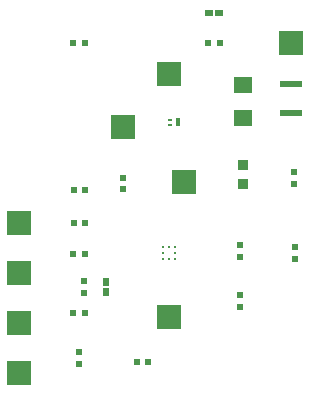
<source format=gbr>
G04 EAGLE Gerber RS-274X export*
G75*
%MOMM*%
%FSLAX34Y34*%
%LPD*%
%INSolderpaste Top*%
%IPPOS*%
%AMOC8*
5,1,8,0,0,1.08239X$1,22.5*%
G01*
G04 Define Apertures*
%ADD10R,0.650000X0.620000*%
%ADD11R,0.620000X0.620000*%
%ADD12R,0.620000X0.560000*%
%ADD13R,0.620000X0.650000*%
%ADD14R,1.900000X0.500000*%
%ADD15R,2.000000X2.000000*%
%ADD16C,0.306000*%
%ADD17R,0.400000X0.250000*%
%ADD18R,0.400000X0.700000*%
%ADD19R,0.500000X0.475000*%
%ADD20R,0.475000X0.500000*%
%ADD21R,0.950000X0.900000*%
%ADD22R,1.500000X1.400000*%
D10*
X207600Y469900D03*
X198800Y469900D03*
D11*
X84400Y320040D03*
X93400Y320040D03*
D12*
X125730Y320320D03*
X125730Y329920D03*
D11*
X93400Y292100D03*
X84400Y292100D03*
D13*
X111760Y233090D03*
X111760Y241890D03*
D11*
X137740Y173990D03*
X146740Y173990D03*
D14*
X267970Y385010D03*
X267970Y410010D03*
D15*
X165100Y212090D03*
D16*
X160100Y271700D03*
X165100Y271700D03*
X170100Y271700D03*
X160100Y266700D03*
X170100Y266700D03*
X160100Y261700D03*
X165100Y261700D03*
X170100Y261700D03*
D17*
X165410Y379440D03*
X165410Y374940D03*
D18*
X172410Y377190D03*
D19*
X271780Y261575D03*
X271780Y271825D03*
X92710Y232370D03*
X92710Y242610D03*
X88900Y182925D03*
X88900Y172675D03*
X224790Y262845D03*
X224790Y273095D03*
X270510Y335325D03*
X270510Y325075D03*
X224790Y220940D03*
X224790Y231180D03*
D20*
X208320Y444500D03*
X198080Y444500D03*
X94025Y444500D03*
X83775Y444500D03*
D21*
X227330Y324740D03*
X227330Y340740D03*
D20*
X83780Y215900D03*
X94020Y215900D03*
X83775Y265430D03*
X94025Y265430D03*
D15*
X165100Y417830D03*
X267970Y444500D03*
X38100Y165100D03*
X177800Y326390D03*
X38100Y292100D03*
X38100Y249767D03*
X38100Y207433D03*
D22*
X227330Y381000D03*
X227330Y409000D03*
D15*
X125730Y373446D03*
M02*

</source>
